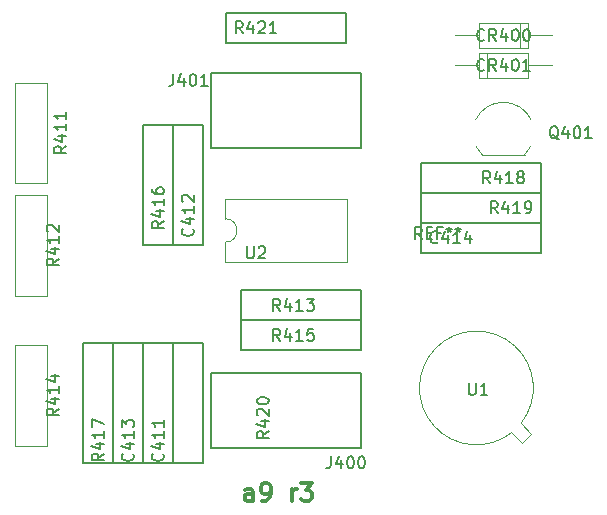
<source format=gto>
G04 #@! TF.GenerationSoftware,KiCad,Pcbnew,(2017-12-02 revision 3109343)-master*
G04 #@! TF.CreationDate,2017-12-29T01:32:37-05:00*
G04 #@! TF.ProjectId,a9ref,61397265662E6B696361645F70636200,rev?*
G04 #@! TF.SameCoordinates,Original*
G04 #@! TF.FileFunction,Legend,Top*
G04 #@! TF.FilePolarity,Positive*
%FSLAX46Y46*%
G04 Gerber Fmt 4.6, Leading zero omitted, Abs format (unit mm)*
G04 Created by KiCad (PCBNEW (2017-12-02 revision 3109343)-master) date Fri Dec 29 01:32:37 2017*
%MOMM*%
%LPD*%
G01*
G04 APERTURE LIST*
%ADD10C,0.300000*%
%ADD11C,0.150000*%
%ADD12C,0.120000*%
G04 APERTURE END LIST*
D10*
X136922142Y-168318571D02*
X136922142Y-167532857D01*
X136850714Y-167390000D01*
X136707857Y-167318571D01*
X136422142Y-167318571D01*
X136279285Y-167390000D01*
X136922142Y-168247142D02*
X136779285Y-168318571D01*
X136422142Y-168318571D01*
X136279285Y-168247142D01*
X136207857Y-168104285D01*
X136207857Y-167961428D01*
X136279285Y-167818571D01*
X136422142Y-167747142D01*
X136779285Y-167747142D01*
X136922142Y-167675714D01*
X137707857Y-168318571D02*
X137993571Y-168318571D01*
X138136428Y-168247142D01*
X138207857Y-168175714D01*
X138350714Y-167961428D01*
X138422142Y-167675714D01*
X138422142Y-167104285D01*
X138350714Y-166961428D01*
X138279285Y-166890000D01*
X138136428Y-166818571D01*
X137850714Y-166818571D01*
X137707857Y-166890000D01*
X137636428Y-166961428D01*
X137565000Y-167104285D01*
X137565000Y-167461428D01*
X137636428Y-167604285D01*
X137707857Y-167675714D01*
X137850714Y-167747142D01*
X138136428Y-167747142D01*
X138279285Y-167675714D01*
X138350714Y-167604285D01*
X138422142Y-167461428D01*
X140207857Y-168318571D02*
X140207857Y-167318571D01*
X140207857Y-167604285D02*
X140279285Y-167461428D01*
X140350714Y-167390000D01*
X140493571Y-167318571D01*
X140636428Y-167318571D01*
X140993571Y-166818571D02*
X141922142Y-166818571D01*
X141422142Y-167390000D01*
X141636428Y-167390000D01*
X141779285Y-167461428D01*
X141850714Y-167532857D01*
X141922142Y-167675714D01*
X141922142Y-168032857D01*
X141850714Y-168175714D01*
X141779285Y-168247142D01*
X141636428Y-168318571D01*
X141207857Y-168318571D01*
X141065000Y-168247142D01*
X140993571Y-168175714D01*
D11*
X146050000Y-138430000D02*
X146050000Y-132080000D01*
X133350000Y-138430000D02*
X146050000Y-138430000D01*
X133350000Y-132080000D02*
X133350000Y-138430000D01*
X146050000Y-132080000D02*
X133350000Y-132080000D01*
X146050000Y-150495000D02*
X146050000Y-153035000D01*
X146050000Y-153035000D02*
X135890000Y-153035000D01*
X135890000Y-153035000D02*
X135890000Y-150495000D01*
X135890000Y-150495000D02*
X146050000Y-150495000D01*
X135890000Y-153035000D02*
X146050000Y-153035000D01*
X135890000Y-155575000D02*
X135890000Y-153035000D01*
X146050000Y-155575000D02*
X135890000Y-155575000D01*
X146050000Y-153035000D02*
X146050000Y-155575000D01*
X130175000Y-146685000D02*
X127635000Y-146685000D01*
X127635000Y-146685000D02*
X127635000Y-136525000D01*
X127635000Y-136525000D02*
X130175000Y-136525000D01*
X130175000Y-136525000D02*
X130175000Y-146685000D01*
X125095000Y-165100000D02*
X122555000Y-165100000D01*
X122555000Y-165100000D02*
X122555000Y-154940000D01*
X122555000Y-154940000D02*
X125095000Y-154940000D01*
X125095000Y-154940000D02*
X125095000Y-165100000D01*
X151130000Y-142240000D02*
X151130000Y-139700000D01*
X151130000Y-139700000D02*
X161290000Y-139700000D01*
X161290000Y-139700000D02*
X161290000Y-142240000D01*
X161290000Y-142240000D02*
X151130000Y-142240000D01*
X161290000Y-142240000D02*
X161290000Y-144780000D01*
X161290000Y-144780000D02*
X151130000Y-144780000D01*
X151130000Y-144780000D02*
X151130000Y-142240000D01*
X151130000Y-142240000D02*
X161290000Y-142240000D01*
X130175000Y-165100000D02*
X130175000Y-154940000D01*
X132715000Y-165100000D02*
X130175000Y-165100000D01*
X132715000Y-154940000D02*
X132715000Y-165100000D01*
X130175000Y-154940000D02*
X132715000Y-154940000D01*
X134620000Y-127000000D02*
X144780000Y-127000000D01*
X134620000Y-129540000D02*
X134620000Y-127000000D01*
X144780000Y-129540000D02*
X134620000Y-129540000D01*
X144780000Y-127000000D02*
X144780000Y-129540000D01*
D12*
X159604674Y-161747371D02*
G75*
G03X158827084Y-162524902I-3774674J2997371D01*
G01*
X160495856Y-162638039D02*
X159604902Y-161747084D01*
X159718039Y-163415856D02*
X160495856Y-162638039D01*
X158827084Y-162524902D02*
X159718039Y-163415856D01*
X134560000Y-142765000D02*
X134560000Y-144415000D01*
X144840000Y-142765000D02*
X134560000Y-142765000D01*
X144840000Y-148065000D02*
X144840000Y-142765000D01*
X134560000Y-148065000D02*
X144840000Y-148065000D01*
X134560000Y-146415000D02*
X134560000Y-148065000D01*
X134560000Y-144415000D02*
G75*
G02X134560000Y-146415000I0J-1000000D01*
G01*
X116780000Y-132910000D02*
X119440000Y-132910000D01*
X116780000Y-141410000D02*
X119440000Y-141410000D01*
X119440000Y-141410000D02*
X119440000Y-132910000D01*
X116780000Y-141410000D02*
X116780000Y-132910000D01*
X116780000Y-150935000D02*
X116780000Y-142435000D01*
X119440000Y-150935000D02*
X119440000Y-142435000D01*
X116780000Y-150935000D02*
X119440000Y-150935000D01*
X116780000Y-142435000D02*
X119440000Y-142435000D01*
X119440000Y-163635000D02*
X116780000Y-163635000D01*
X119440000Y-155135000D02*
X116780000Y-155135000D01*
X116780000Y-155135000D02*
X116780000Y-163635000D01*
X119440000Y-155135000D02*
X119440000Y-163635000D01*
D11*
X130175000Y-154940000D02*
X130175000Y-165100000D01*
X127635000Y-154940000D02*
X130175000Y-154940000D01*
X127635000Y-165100000D02*
X127635000Y-154940000D01*
X130175000Y-165100000D02*
X127635000Y-165100000D01*
X130175000Y-136525000D02*
X132715000Y-136525000D01*
X132715000Y-136525000D02*
X132715000Y-146685000D01*
X132715000Y-146685000D02*
X130175000Y-146685000D01*
X130175000Y-146685000D02*
X130175000Y-136525000D01*
X125095000Y-165100000D02*
X125095000Y-154940000D01*
X127635000Y-165100000D02*
X125095000Y-165100000D01*
X127635000Y-154940000D02*
X127635000Y-165100000D01*
X125095000Y-154940000D02*
X127635000Y-154940000D01*
X151130000Y-147320000D02*
X151130000Y-144780000D01*
X151130000Y-144780000D02*
X161290000Y-144780000D01*
X161290000Y-144780000D02*
X161290000Y-147320000D01*
X161290000Y-147320000D02*
X151130000Y-147320000D01*
X133350000Y-163830000D02*
X146050000Y-163830000D01*
X146050000Y-163830000D02*
X146050000Y-157480000D01*
X146050000Y-157480000D02*
X133350000Y-157480000D01*
X133350000Y-157480000D02*
X133350000Y-163830000D01*
D12*
X160439184Y-138282795D02*
G75*
G02X159915000Y-139010000I-2324184J1122795D01*
G01*
X160471400Y-136061193D02*
G75*
G03X158115000Y-134560000I-2356400J-1098807D01*
G01*
X155758600Y-136061193D02*
G75*
G02X158115000Y-134560000I2356400J-1098807D01*
G01*
X155790816Y-138282795D02*
G75*
G03X156315000Y-139010000I2324184J1122795D01*
G01*
X156315000Y-139010000D02*
X159915000Y-139010000D01*
X160175000Y-129965000D02*
X160175000Y-127845000D01*
X160175000Y-127845000D02*
X156055000Y-127845000D01*
X156055000Y-127845000D02*
X156055000Y-129965000D01*
X156055000Y-129965000D02*
X160175000Y-129965000D01*
X162215000Y-128905000D02*
X160175000Y-128905000D01*
X154015000Y-128905000D02*
X156055000Y-128905000D01*
X159515000Y-129965000D02*
X159515000Y-127845000D01*
X156715000Y-130385000D02*
X156715000Y-132505000D01*
X162215000Y-131445000D02*
X160175000Y-131445000D01*
X154015000Y-131445000D02*
X156055000Y-131445000D01*
X160175000Y-130385000D02*
X156055000Y-130385000D01*
X160175000Y-132505000D02*
X160175000Y-130385000D01*
X156055000Y-132505000D02*
X160175000Y-132505000D01*
X156055000Y-130385000D02*
X156055000Y-132505000D01*
D11*
X130159285Y-132167380D02*
X130159285Y-132881666D01*
X130111666Y-133024523D01*
X130016428Y-133119761D01*
X129873571Y-133167380D01*
X129778333Y-133167380D01*
X131064047Y-132500714D02*
X131064047Y-133167380D01*
X130825952Y-132119761D02*
X130587857Y-132834047D01*
X131206904Y-132834047D01*
X131778333Y-132167380D02*
X131873571Y-132167380D01*
X131968809Y-132215000D01*
X132016428Y-132262619D01*
X132064047Y-132357857D01*
X132111666Y-132548333D01*
X132111666Y-132786428D01*
X132064047Y-132976904D01*
X132016428Y-133072142D01*
X131968809Y-133119761D01*
X131873571Y-133167380D01*
X131778333Y-133167380D01*
X131683095Y-133119761D01*
X131635476Y-133072142D01*
X131587857Y-132976904D01*
X131540238Y-132786428D01*
X131540238Y-132548333D01*
X131587857Y-132357857D01*
X131635476Y-132262619D01*
X131683095Y-132215000D01*
X131778333Y-132167380D01*
X133064047Y-133167380D02*
X132492619Y-133167380D01*
X132778333Y-133167380D02*
X132778333Y-132167380D01*
X132683095Y-132310238D01*
X132587857Y-132405476D01*
X132492619Y-132453095D01*
X139215952Y-152217380D02*
X138882619Y-151741190D01*
X138644523Y-152217380D02*
X138644523Y-151217380D01*
X139025476Y-151217380D01*
X139120714Y-151265000D01*
X139168333Y-151312619D01*
X139215952Y-151407857D01*
X139215952Y-151550714D01*
X139168333Y-151645952D01*
X139120714Y-151693571D01*
X139025476Y-151741190D01*
X138644523Y-151741190D01*
X140073095Y-151550714D02*
X140073095Y-152217380D01*
X139835000Y-151169761D02*
X139596904Y-151884047D01*
X140215952Y-151884047D01*
X141120714Y-152217380D02*
X140549285Y-152217380D01*
X140835000Y-152217380D02*
X140835000Y-151217380D01*
X140739761Y-151360238D01*
X140644523Y-151455476D01*
X140549285Y-151503095D01*
X141454047Y-151217380D02*
X142073095Y-151217380D01*
X141739761Y-151598333D01*
X141882619Y-151598333D01*
X141977857Y-151645952D01*
X142025476Y-151693571D01*
X142073095Y-151788809D01*
X142073095Y-152026904D01*
X142025476Y-152122142D01*
X141977857Y-152169761D01*
X141882619Y-152217380D01*
X141596904Y-152217380D01*
X141501666Y-152169761D01*
X141454047Y-152122142D01*
X139215952Y-154757380D02*
X138882619Y-154281190D01*
X138644523Y-154757380D02*
X138644523Y-153757380D01*
X139025476Y-153757380D01*
X139120714Y-153805000D01*
X139168333Y-153852619D01*
X139215952Y-153947857D01*
X139215952Y-154090714D01*
X139168333Y-154185952D01*
X139120714Y-154233571D01*
X139025476Y-154281190D01*
X138644523Y-154281190D01*
X140073095Y-154090714D02*
X140073095Y-154757380D01*
X139835000Y-153709761D02*
X139596904Y-154424047D01*
X140215952Y-154424047D01*
X141120714Y-154757380D02*
X140549285Y-154757380D01*
X140835000Y-154757380D02*
X140835000Y-153757380D01*
X140739761Y-153900238D01*
X140644523Y-153995476D01*
X140549285Y-154043095D01*
X142025476Y-153757380D02*
X141549285Y-153757380D01*
X141501666Y-154233571D01*
X141549285Y-154185952D01*
X141644523Y-154138333D01*
X141882619Y-154138333D01*
X141977857Y-154185952D01*
X142025476Y-154233571D01*
X142073095Y-154328809D01*
X142073095Y-154566904D01*
X142025476Y-154662142D01*
X141977857Y-154709761D01*
X141882619Y-154757380D01*
X141644523Y-154757380D01*
X141549285Y-154709761D01*
X141501666Y-154662142D01*
X129357380Y-144629047D02*
X128881190Y-144962380D01*
X129357380Y-145200476D02*
X128357380Y-145200476D01*
X128357380Y-144819523D01*
X128405000Y-144724285D01*
X128452619Y-144676666D01*
X128547857Y-144629047D01*
X128690714Y-144629047D01*
X128785952Y-144676666D01*
X128833571Y-144724285D01*
X128881190Y-144819523D01*
X128881190Y-145200476D01*
X128690714Y-143771904D02*
X129357380Y-143771904D01*
X128309761Y-144010000D02*
X129024047Y-144248095D01*
X129024047Y-143629047D01*
X129357380Y-142724285D02*
X129357380Y-143295714D01*
X129357380Y-143010000D02*
X128357380Y-143010000D01*
X128500238Y-143105238D01*
X128595476Y-143200476D01*
X128643095Y-143295714D01*
X128357380Y-141867142D02*
X128357380Y-142057619D01*
X128405000Y-142152857D01*
X128452619Y-142200476D01*
X128595476Y-142295714D01*
X128785952Y-142343333D01*
X129166904Y-142343333D01*
X129262142Y-142295714D01*
X129309761Y-142248095D01*
X129357380Y-142152857D01*
X129357380Y-141962380D01*
X129309761Y-141867142D01*
X129262142Y-141819523D01*
X129166904Y-141771904D01*
X128928809Y-141771904D01*
X128833571Y-141819523D01*
X128785952Y-141867142D01*
X128738333Y-141962380D01*
X128738333Y-142152857D01*
X128785952Y-142248095D01*
X128833571Y-142295714D01*
X128928809Y-142343333D01*
X124277380Y-164314047D02*
X123801190Y-164647380D01*
X124277380Y-164885476D02*
X123277380Y-164885476D01*
X123277380Y-164504523D01*
X123325000Y-164409285D01*
X123372619Y-164361666D01*
X123467857Y-164314047D01*
X123610714Y-164314047D01*
X123705952Y-164361666D01*
X123753571Y-164409285D01*
X123801190Y-164504523D01*
X123801190Y-164885476D01*
X123610714Y-163456904D02*
X124277380Y-163456904D01*
X123229761Y-163695000D02*
X123944047Y-163933095D01*
X123944047Y-163314047D01*
X124277380Y-162409285D02*
X124277380Y-162980714D01*
X124277380Y-162695000D02*
X123277380Y-162695000D01*
X123420238Y-162790238D01*
X123515476Y-162885476D01*
X123563095Y-162980714D01*
X123277380Y-162075952D02*
X123277380Y-161409285D01*
X124277380Y-161837857D01*
X156995952Y-141422380D02*
X156662619Y-140946190D01*
X156424523Y-141422380D02*
X156424523Y-140422380D01*
X156805476Y-140422380D01*
X156900714Y-140470000D01*
X156948333Y-140517619D01*
X156995952Y-140612857D01*
X156995952Y-140755714D01*
X156948333Y-140850952D01*
X156900714Y-140898571D01*
X156805476Y-140946190D01*
X156424523Y-140946190D01*
X157853095Y-140755714D02*
X157853095Y-141422380D01*
X157615000Y-140374761D02*
X157376904Y-141089047D01*
X157995952Y-141089047D01*
X158900714Y-141422380D02*
X158329285Y-141422380D01*
X158615000Y-141422380D02*
X158615000Y-140422380D01*
X158519761Y-140565238D01*
X158424523Y-140660476D01*
X158329285Y-140708095D01*
X159472142Y-140850952D02*
X159376904Y-140803333D01*
X159329285Y-140755714D01*
X159281666Y-140660476D01*
X159281666Y-140612857D01*
X159329285Y-140517619D01*
X159376904Y-140470000D01*
X159472142Y-140422380D01*
X159662619Y-140422380D01*
X159757857Y-140470000D01*
X159805476Y-140517619D01*
X159853095Y-140612857D01*
X159853095Y-140660476D01*
X159805476Y-140755714D01*
X159757857Y-140803333D01*
X159662619Y-140850952D01*
X159472142Y-140850952D01*
X159376904Y-140898571D01*
X159329285Y-140946190D01*
X159281666Y-141041428D01*
X159281666Y-141231904D01*
X159329285Y-141327142D01*
X159376904Y-141374761D01*
X159472142Y-141422380D01*
X159662619Y-141422380D01*
X159757857Y-141374761D01*
X159805476Y-141327142D01*
X159853095Y-141231904D01*
X159853095Y-141041428D01*
X159805476Y-140946190D01*
X159757857Y-140898571D01*
X159662619Y-140850952D01*
X157630952Y-143962380D02*
X157297619Y-143486190D01*
X157059523Y-143962380D02*
X157059523Y-142962380D01*
X157440476Y-142962380D01*
X157535714Y-143010000D01*
X157583333Y-143057619D01*
X157630952Y-143152857D01*
X157630952Y-143295714D01*
X157583333Y-143390952D01*
X157535714Y-143438571D01*
X157440476Y-143486190D01*
X157059523Y-143486190D01*
X158488095Y-143295714D02*
X158488095Y-143962380D01*
X158250000Y-142914761D02*
X158011904Y-143629047D01*
X158630952Y-143629047D01*
X159535714Y-143962380D02*
X158964285Y-143962380D01*
X159250000Y-143962380D02*
X159250000Y-142962380D01*
X159154761Y-143105238D01*
X159059523Y-143200476D01*
X158964285Y-143248095D01*
X160011904Y-143962380D02*
X160202380Y-143962380D01*
X160297619Y-143914761D01*
X160345238Y-143867142D01*
X160440476Y-143724285D01*
X160488095Y-143533809D01*
X160488095Y-143152857D01*
X160440476Y-143057619D01*
X160392857Y-143010000D01*
X160297619Y-142962380D01*
X160107142Y-142962380D01*
X160011904Y-143010000D01*
X159964285Y-143057619D01*
X159916666Y-143152857D01*
X159916666Y-143390952D01*
X159964285Y-143486190D01*
X160011904Y-143533809D01*
X160107142Y-143581428D01*
X160297619Y-143581428D01*
X160392857Y-143533809D01*
X160440476Y-143486190D01*
X160488095Y-143390952D01*
X138247380Y-162409047D02*
X137771190Y-162742380D01*
X138247380Y-162980476D02*
X137247380Y-162980476D01*
X137247380Y-162599523D01*
X137295000Y-162504285D01*
X137342619Y-162456666D01*
X137437857Y-162409047D01*
X137580714Y-162409047D01*
X137675952Y-162456666D01*
X137723571Y-162504285D01*
X137771190Y-162599523D01*
X137771190Y-162980476D01*
X137580714Y-161551904D02*
X138247380Y-161551904D01*
X137199761Y-161790000D02*
X137914047Y-162028095D01*
X137914047Y-161409047D01*
X137342619Y-161075714D02*
X137295000Y-161028095D01*
X137247380Y-160932857D01*
X137247380Y-160694761D01*
X137295000Y-160599523D01*
X137342619Y-160551904D01*
X137437857Y-160504285D01*
X137533095Y-160504285D01*
X137675952Y-160551904D01*
X138247380Y-161123333D01*
X138247380Y-160504285D01*
X137247380Y-159885238D02*
X137247380Y-159790000D01*
X137295000Y-159694761D01*
X137342619Y-159647142D01*
X137437857Y-159599523D01*
X137628333Y-159551904D01*
X137866428Y-159551904D01*
X138056904Y-159599523D01*
X138152142Y-159647142D01*
X138199761Y-159694761D01*
X138247380Y-159790000D01*
X138247380Y-159885238D01*
X138199761Y-159980476D01*
X138152142Y-160028095D01*
X138056904Y-160075714D01*
X137866428Y-160123333D01*
X137628333Y-160123333D01*
X137437857Y-160075714D01*
X137342619Y-160028095D01*
X137295000Y-159980476D01*
X137247380Y-159885238D01*
X136040952Y-128722380D02*
X135707619Y-128246190D01*
X135469523Y-128722380D02*
X135469523Y-127722380D01*
X135850476Y-127722380D01*
X135945714Y-127770000D01*
X135993333Y-127817619D01*
X136040952Y-127912857D01*
X136040952Y-128055714D01*
X135993333Y-128150952D01*
X135945714Y-128198571D01*
X135850476Y-128246190D01*
X135469523Y-128246190D01*
X136898095Y-128055714D02*
X136898095Y-128722380D01*
X136660000Y-127674761D02*
X136421904Y-128389047D01*
X137040952Y-128389047D01*
X137374285Y-127817619D02*
X137421904Y-127770000D01*
X137517142Y-127722380D01*
X137755238Y-127722380D01*
X137850476Y-127770000D01*
X137898095Y-127817619D01*
X137945714Y-127912857D01*
X137945714Y-128008095D01*
X137898095Y-128150952D01*
X137326666Y-128722380D01*
X137945714Y-128722380D01*
X138898095Y-128722380D02*
X138326666Y-128722380D01*
X138612380Y-128722380D02*
X138612380Y-127722380D01*
X138517142Y-127865238D01*
X138421904Y-127960476D01*
X138326666Y-128008095D01*
X155194095Y-158329380D02*
X155194095Y-159138904D01*
X155241714Y-159234142D01*
X155289333Y-159281761D01*
X155384571Y-159329380D01*
X155575047Y-159329380D01*
X155670285Y-159281761D01*
X155717904Y-159234142D01*
X155765523Y-159138904D01*
X155765523Y-158329380D01*
X156765523Y-159329380D02*
X156194095Y-159329380D01*
X156479809Y-159329380D02*
X156479809Y-158329380D01*
X156384571Y-158472238D01*
X156289333Y-158567476D01*
X156194095Y-158615095D01*
X136398095Y-146772380D02*
X136398095Y-147581904D01*
X136445714Y-147677142D01*
X136493333Y-147724761D01*
X136588571Y-147772380D01*
X136779047Y-147772380D01*
X136874285Y-147724761D01*
X136921904Y-147677142D01*
X136969523Y-147581904D01*
X136969523Y-146772380D01*
X137398095Y-146867619D02*
X137445714Y-146820000D01*
X137540952Y-146772380D01*
X137779047Y-146772380D01*
X137874285Y-146820000D01*
X137921904Y-146867619D01*
X137969523Y-146962857D01*
X137969523Y-147058095D01*
X137921904Y-147200952D01*
X137350476Y-147772380D01*
X137969523Y-147772380D01*
X121102380Y-138279047D02*
X120626190Y-138612380D01*
X121102380Y-138850476D02*
X120102380Y-138850476D01*
X120102380Y-138469523D01*
X120150000Y-138374285D01*
X120197619Y-138326666D01*
X120292857Y-138279047D01*
X120435714Y-138279047D01*
X120530952Y-138326666D01*
X120578571Y-138374285D01*
X120626190Y-138469523D01*
X120626190Y-138850476D01*
X120435714Y-137421904D02*
X121102380Y-137421904D01*
X120054761Y-137660000D02*
X120769047Y-137898095D01*
X120769047Y-137279047D01*
X121102380Y-136374285D02*
X121102380Y-136945714D01*
X121102380Y-136660000D02*
X120102380Y-136660000D01*
X120245238Y-136755238D01*
X120340476Y-136850476D01*
X120388095Y-136945714D01*
X121102380Y-135421904D02*
X121102380Y-135993333D01*
X121102380Y-135707619D02*
X120102380Y-135707619D01*
X120245238Y-135802857D01*
X120340476Y-135898095D01*
X120388095Y-135993333D01*
X120467380Y-147804047D02*
X119991190Y-148137380D01*
X120467380Y-148375476D02*
X119467380Y-148375476D01*
X119467380Y-147994523D01*
X119515000Y-147899285D01*
X119562619Y-147851666D01*
X119657857Y-147804047D01*
X119800714Y-147804047D01*
X119895952Y-147851666D01*
X119943571Y-147899285D01*
X119991190Y-147994523D01*
X119991190Y-148375476D01*
X119800714Y-146946904D02*
X120467380Y-146946904D01*
X119419761Y-147185000D02*
X120134047Y-147423095D01*
X120134047Y-146804047D01*
X120467380Y-145899285D02*
X120467380Y-146470714D01*
X120467380Y-146185000D02*
X119467380Y-146185000D01*
X119610238Y-146280238D01*
X119705476Y-146375476D01*
X119753095Y-146470714D01*
X119562619Y-145518333D02*
X119515000Y-145470714D01*
X119467380Y-145375476D01*
X119467380Y-145137380D01*
X119515000Y-145042142D01*
X119562619Y-144994523D01*
X119657857Y-144946904D01*
X119753095Y-144946904D01*
X119895952Y-144994523D01*
X120467380Y-145565952D01*
X120467380Y-144946904D01*
X120467380Y-160504047D02*
X119991190Y-160837380D01*
X120467380Y-161075476D02*
X119467380Y-161075476D01*
X119467380Y-160694523D01*
X119515000Y-160599285D01*
X119562619Y-160551666D01*
X119657857Y-160504047D01*
X119800714Y-160504047D01*
X119895952Y-160551666D01*
X119943571Y-160599285D01*
X119991190Y-160694523D01*
X119991190Y-161075476D01*
X119800714Y-159646904D02*
X120467380Y-159646904D01*
X119419761Y-159885000D02*
X120134047Y-160123095D01*
X120134047Y-159504047D01*
X120467380Y-158599285D02*
X120467380Y-159170714D01*
X120467380Y-158885000D02*
X119467380Y-158885000D01*
X119610238Y-158980238D01*
X119705476Y-159075476D01*
X119753095Y-159170714D01*
X119800714Y-157742142D02*
X120467380Y-157742142D01*
X119419761Y-157980238D02*
X120134047Y-158218333D01*
X120134047Y-157599285D01*
X129262142Y-164314047D02*
X129309761Y-164361666D01*
X129357380Y-164504523D01*
X129357380Y-164599761D01*
X129309761Y-164742619D01*
X129214523Y-164837857D01*
X129119285Y-164885476D01*
X128928809Y-164933095D01*
X128785952Y-164933095D01*
X128595476Y-164885476D01*
X128500238Y-164837857D01*
X128405000Y-164742619D01*
X128357380Y-164599761D01*
X128357380Y-164504523D01*
X128405000Y-164361666D01*
X128452619Y-164314047D01*
X128690714Y-163456904D02*
X129357380Y-163456904D01*
X128309761Y-163695000D02*
X129024047Y-163933095D01*
X129024047Y-163314047D01*
X129357380Y-162409285D02*
X129357380Y-162980714D01*
X129357380Y-162695000D02*
X128357380Y-162695000D01*
X128500238Y-162790238D01*
X128595476Y-162885476D01*
X128643095Y-162980714D01*
X129357380Y-161456904D02*
X129357380Y-162028333D01*
X129357380Y-161742619D02*
X128357380Y-161742619D01*
X128500238Y-161837857D01*
X128595476Y-161933095D01*
X128643095Y-162028333D01*
X131802142Y-145264047D02*
X131849761Y-145311666D01*
X131897380Y-145454523D01*
X131897380Y-145549761D01*
X131849761Y-145692619D01*
X131754523Y-145787857D01*
X131659285Y-145835476D01*
X131468809Y-145883095D01*
X131325952Y-145883095D01*
X131135476Y-145835476D01*
X131040238Y-145787857D01*
X130945000Y-145692619D01*
X130897380Y-145549761D01*
X130897380Y-145454523D01*
X130945000Y-145311666D01*
X130992619Y-145264047D01*
X131230714Y-144406904D02*
X131897380Y-144406904D01*
X130849761Y-144645000D02*
X131564047Y-144883095D01*
X131564047Y-144264047D01*
X131897380Y-143359285D02*
X131897380Y-143930714D01*
X131897380Y-143645000D02*
X130897380Y-143645000D01*
X131040238Y-143740238D01*
X131135476Y-143835476D01*
X131183095Y-143930714D01*
X130992619Y-142978333D02*
X130945000Y-142930714D01*
X130897380Y-142835476D01*
X130897380Y-142597380D01*
X130945000Y-142502142D01*
X130992619Y-142454523D01*
X131087857Y-142406904D01*
X131183095Y-142406904D01*
X131325952Y-142454523D01*
X131897380Y-143025952D01*
X131897380Y-142406904D01*
X126722142Y-164314047D02*
X126769761Y-164361666D01*
X126817380Y-164504523D01*
X126817380Y-164599761D01*
X126769761Y-164742619D01*
X126674523Y-164837857D01*
X126579285Y-164885476D01*
X126388809Y-164933095D01*
X126245952Y-164933095D01*
X126055476Y-164885476D01*
X125960238Y-164837857D01*
X125865000Y-164742619D01*
X125817380Y-164599761D01*
X125817380Y-164504523D01*
X125865000Y-164361666D01*
X125912619Y-164314047D01*
X126150714Y-163456904D02*
X126817380Y-163456904D01*
X125769761Y-163695000D02*
X126484047Y-163933095D01*
X126484047Y-163314047D01*
X126817380Y-162409285D02*
X126817380Y-162980714D01*
X126817380Y-162695000D02*
X125817380Y-162695000D01*
X125960238Y-162790238D01*
X126055476Y-162885476D01*
X126103095Y-162980714D01*
X125817380Y-162075952D02*
X125817380Y-161456904D01*
X126198333Y-161790238D01*
X126198333Y-161647380D01*
X126245952Y-161552142D01*
X126293571Y-161504523D01*
X126388809Y-161456904D01*
X126626904Y-161456904D01*
X126722142Y-161504523D01*
X126769761Y-161552142D01*
X126817380Y-161647380D01*
X126817380Y-161933095D01*
X126769761Y-162028333D01*
X126722142Y-162075952D01*
X152550952Y-146407142D02*
X152503333Y-146454761D01*
X152360476Y-146502380D01*
X152265238Y-146502380D01*
X152122380Y-146454761D01*
X152027142Y-146359523D01*
X151979523Y-146264285D01*
X151931904Y-146073809D01*
X151931904Y-145930952D01*
X151979523Y-145740476D01*
X152027142Y-145645238D01*
X152122380Y-145550000D01*
X152265238Y-145502380D01*
X152360476Y-145502380D01*
X152503333Y-145550000D01*
X152550952Y-145597619D01*
X153408095Y-145835714D02*
X153408095Y-146502380D01*
X153170000Y-145454761D02*
X152931904Y-146169047D01*
X153550952Y-146169047D01*
X154455714Y-146502380D02*
X153884285Y-146502380D01*
X154170000Y-146502380D02*
X154170000Y-145502380D01*
X154074761Y-145645238D01*
X153979523Y-145740476D01*
X153884285Y-145788095D01*
X155312857Y-145835714D02*
X155312857Y-146502380D01*
X155074761Y-145454761D02*
X154836666Y-146169047D01*
X155455714Y-146169047D01*
X143494285Y-164552380D02*
X143494285Y-165266666D01*
X143446666Y-165409523D01*
X143351428Y-165504761D01*
X143208571Y-165552380D01*
X143113333Y-165552380D01*
X144399047Y-164885714D02*
X144399047Y-165552380D01*
X144160952Y-164504761D02*
X143922857Y-165219047D01*
X144541904Y-165219047D01*
X145113333Y-164552380D02*
X145208571Y-164552380D01*
X145303809Y-164600000D01*
X145351428Y-164647619D01*
X145399047Y-164742857D01*
X145446666Y-164933333D01*
X145446666Y-165171428D01*
X145399047Y-165361904D01*
X145351428Y-165457142D01*
X145303809Y-165504761D01*
X145208571Y-165552380D01*
X145113333Y-165552380D01*
X145018095Y-165504761D01*
X144970476Y-165457142D01*
X144922857Y-165361904D01*
X144875238Y-165171428D01*
X144875238Y-164933333D01*
X144922857Y-164742857D01*
X144970476Y-164647619D01*
X145018095Y-164600000D01*
X145113333Y-164552380D01*
X146065714Y-164552380D02*
X146160952Y-164552380D01*
X146256190Y-164600000D01*
X146303809Y-164647619D01*
X146351428Y-164742857D01*
X146399047Y-164933333D01*
X146399047Y-165171428D01*
X146351428Y-165361904D01*
X146303809Y-165457142D01*
X146256190Y-165504761D01*
X146160952Y-165552380D01*
X146065714Y-165552380D01*
X145970476Y-165504761D01*
X145922857Y-165457142D01*
X145875238Y-165361904D01*
X145827619Y-165171428D01*
X145827619Y-164933333D01*
X145875238Y-164742857D01*
X145922857Y-164647619D01*
X145970476Y-164600000D01*
X146065714Y-164552380D01*
X162782380Y-137707619D02*
X162687142Y-137660000D01*
X162591904Y-137564761D01*
X162449047Y-137421904D01*
X162353809Y-137374285D01*
X162258571Y-137374285D01*
X162306190Y-137612380D02*
X162210952Y-137564761D01*
X162115714Y-137469523D01*
X162068095Y-137279047D01*
X162068095Y-136945714D01*
X162115714Y-136755238D01*
X162210952Y-136660000D01*
X162306190Y-136612380D01*
X162496666Y-136612380D01*
X162591904Y-136660000D01*
X162687142Y-136755238D01*
X162734761Y-136945714D01*
X162734761Y-137279047D01*
X162687142Y-137469523D01*
X162591904Y-137564761D01*
X162496666Y-137612380D01*
X162306190Y-137612380D01*
X163591904Y-136945714D02*
X163591904Y-137612380D01*
X163353809Y-136564761D02*
X163115714Y-137279047D01*
X163734761Y-137279047D01*
X164306190Y-136612380D02*
X164401428Y-136612380D01*
X164496666Y-136660000D01*
X164544285Y-136707619D01*
X164591904Y-136802857D01*
X164639523Y-136993333D01*
X164639523Y-137231428D01*
X164591904Y-137421904D01*
X164544285Y-137517142D01*
X164496666Y-137564761D01*
X164401428Y-137612380D01*
X164306190Y-137612380D01*
X164210952Y-137564761D01*
X164163333Y-137517142D01*
X164115714Y-137421904D01*
X164068095Y-137231428D01*
X164068095Y-136993333D01*
X164115714Y-136802857D01*
X164163333Y-136707619D01*
X164210952Y-136660000D01*
X164306190Y-136612380D01*
X165591904Y-137612380D02*
X165020476Y-137612380D01*
X165306190Y-137612380D02*
X165306190Y-136612380D01*
X165210952Y-136755238D01*
X165115714Y-136850476D01*
X165020476Y-136898095D01*
X156495952Y-129262142D02*
X156448333Y-129309761D01*
X156305476Y-129357380D01*
X156210238Y-129357380D01*
X156067380Y-129309761D01*
X155972142Y-129214523D01*
X155924523Y-129119285D01*
X155876904Y-128928809D01*
X155876904Y-128785952D01*
X155924523Y-128595476D01*
X155972142Y-128500238D01*
X156067380Y-128405000D01*
X156210238Y-128357380D01*
X156305476Y-128357380D01*
X156448333Y-128405000D01*
X156495952Y-128452619D01*
X157495952Y-129357380D02*
X157162619Y-128881190D01*
X156924523Y-129357380D02*
X156924523Y-128357380D01*
X157305476Y-128357380D01*
X157400714Y-128405000D01*
X157448333Y-128452619D01*
X157495952Y-128547857D01*
X157495952Y-128690714D01*
X157448333Y-128785952D01*
X157400714Y-128833571D01*
X157305476Y-128881190D01*
X156924523Y-128881190D01*
X158353095Y-128690714D02*
X158353095Y-129357380D01*
X158115000Y-128309761D02*
X157876904Y-129024047D01*
X158495952Y-129024047D01*
X159067380Y-128357380D02*
X159162619Y-128357380D01*
X159257857Y-128405000D01*
X159305476Y-128452619D01*
X159353095Y-128547857D01*
X159400714Y-128738333D01*
X159400714Y-128976428D01*
X159353095Y-129166904D01*
X159305476Y-129262142D01*
X159257857Y-129309761D01*
X159162619Y-129357380D01*
X159067380Y-129357380D01*
X158972142Y-129309761D01*
X158924523Y-129262142D01*
X158876904Y-129166904D01*
X158829285Y-128976428D01*
X158829285Y-128738333D01*
X158876904Y-128547857D01*
X158924523Y-128452619D01*
X158972142Y-128405000D01*
X159067380Y-128357380D01*
X160019761Y-128357380D02*
X160115000Y-128357380D01*
X160210238Y-128405000D01*
X160257857Y-128452619D01*
X160305476Y-128547857D01*
X160353095Y-128738333D01*
X160353095Y-128976428D01*
X160305476Y-129166904D01*
X160257857Y-129262142D01*
X160210238Y-129309761D01*
X160115000Y-129357380D01*
X160019761Y-129357380D01*
X159924523Y-129309761D01*
X159876904Y-129262142D01*
X159829285Y-129166904D01*
X159781666Y-128976428D01*
X159781666Y-128738333D01*
X159829285Y-128547857D01*
X159876904Y-128452619D01*
X159924523Y-128405000D01*
X160019761Y-128357380D01*
X156495952Y-131802142D02*
X156448333Y-131849761D01*
X156305476Y-131897380D01*
X156210238Y-131897380D01*
X156067380Y-131849761D01*
X155972142Y-131754523D01*
X155924523Y-131659285D01*
X155876904Y-131468809D01*
X155876904Y-131325952D01*
X155924523Y-131135476D01*
X155972142Y-131040238D01*
X156067380Y-130945000D01*
X156210238Y-130897380D01*
X156305476Y-130897380D01*
X156448333Y-130945000D01*
X156495952Y-130992619D01*
X157495952Y-131897380D02*
X157162619Y-131421190D01*
X156924523Y-131897380D02*
X156924523Y-130897380D01*
X157305476Y-130897380D01*
X157400714Y-130945000D01*
X157448333Y-130992619D01*
X157495952Y-131087857D01*
X157495952Y-131230714D01*
X157448333Y-131325952D01*
X157400714Y-131373571D01*
X157305476Y-131421190D01*
X156924523Y-131421190D01*
X158353095Y-131230714D02*
X158353095Y-131897380D01*
X158115000Y-130849761D02*
X157876904Y-131564047D01*
X158495952Y-131564047D01*
X159067380Y-130897380D02*
X159162619Y-130897380D01*
X159257857Y-130945000D01*
X159305476Y-130992619D01*
X159353095Y-131087857D01*
X159400714Y-131278333D01*
X159400714Y-131516428D01*
X159353095Y-131706904D01*
X159305476Y-131802142D01*
X159257857Y-131849761D01*
X159162619Y-131897380D01*
X159067380Y-131897380D01*
X158972142Y-131849761D01*
X158924523Y-131802142D01*
X158876904Y-131706904D01*
X158829285Y-131516428D01*
X158829285Y-131278333D01*
X158876904Y-131087857D01*
X158924523Y-130992619D01*
X158972142Y-130945000D01*
X159067380Y-130897380D01*
X160353095Y-131897380D02*
X159781666Y-131897380D01*
X160067380Y-131897380D02*
X160067380Y-130897380D01*
X159972142Y-131040238D01*
X159876904Y-131135476D01*
X159781666Y-131183095D01*
X151193666Y-146155380D02*
X150860333Y-145679190D01*
X150622238Y-146155380D02*
X150622238Y-145155380D01*
X151003190Y-145155380D01*
X151098428Y-145203000D01*
X151146047Y-145250619D01*
X151193666Y-145345857D01*
X151193666Y-145488714D01*
X151146047Y-145583952D01*
X151098428Y-145631571D01*
X151003190Y-145679190D01*
X150622238Y-145679190D01*
X151622238Y-145631571D02*
X151955571Y-145631571D01*
X152098428Y-146155380D02*
X151622238Y-146155380D01*
X151622238Y-145155380D01*
X152098428Y-145155380D01*
X152860333Y-145631571D02*
X152527000Y-145631571D01*
X152527000Y-146155380D02*
X152527000Y-145155380D01*
X153003190Y-145155380D01*
X153527000Y-145155380D02*
X153527000Y-145393476D01*
X153288904Y-145298238D02*
X153527000Y-145393476D01*
X153765095Y-145298238D01*
X153384142Y-145583952D02*
X153527000Y-145393476D01*
X153669857Y-145583952D01*
X154288904Y-145155380D02*
X154288904Y-145393476D01*
X154050809Y-145298238D02*
X154288904Y-145393476D01*
X154527000Y-145298238D01*
X154146047Y-145583952D02*
X154288904Y-145393476D01*
X154431761Y-145583952D01*
M02*

</source>
